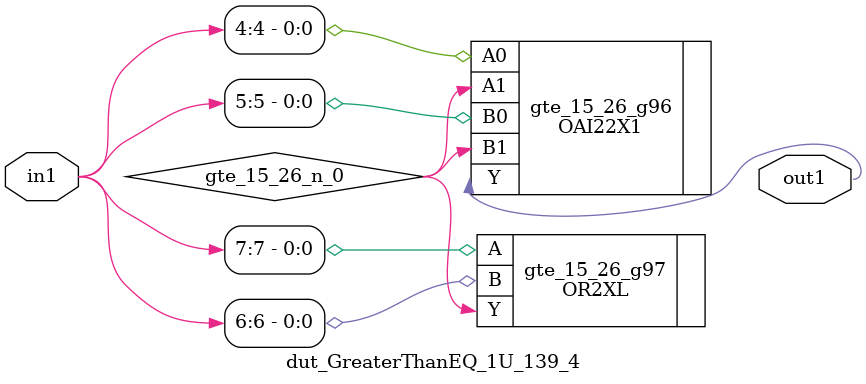
<source format=v>
`timescale 1ps / 1ps


module dut_GreaterThanEQ_1U_139_4(in1, out1);
  input [7:0] in1;
  output out1;
  wire [7:0] in1;
  wire out1;
  wire gte_15_26_n_0;
  OAI22X1 gte_15_26_g96(.A0 (in1[4]), .A1 (gte_15_26_n_0), .B0
       (in1[5]), .B1 (gte_15_26_n_0), .Y (out1));
  OR2XL gte_15_26_g97(.A (in1[7]), .B (in1[6]), .Y (gte_15_26_n_0));
endmodule



</source>
